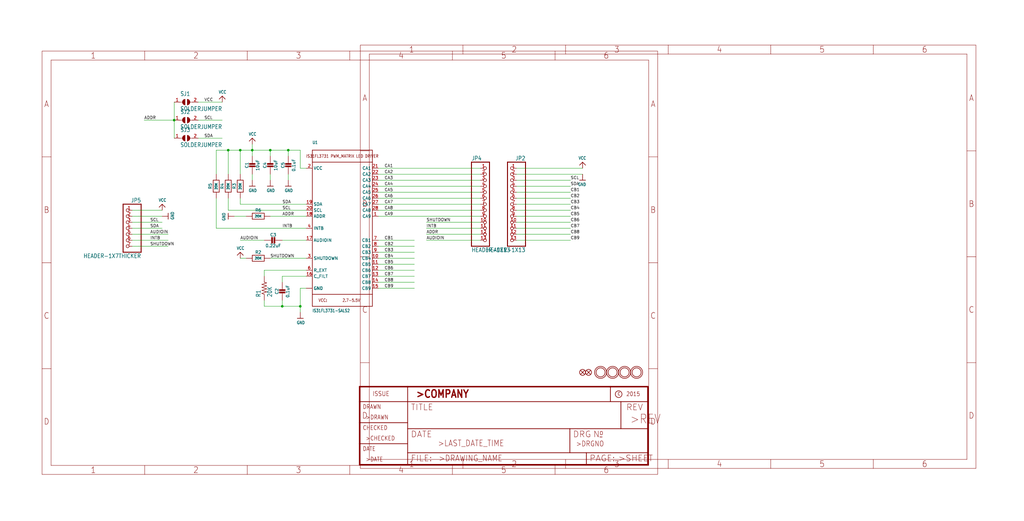
<source format=kicad_sch>
(kicad_sch (version 20211123) (generator eeschema)
  (paper "User" 433.07 220.421)
  (lib_symbols
    (symbol "eagleSchem-eagle-import:CAP_CERAMIC0805-NOOUTLINE"
      (property "Reference" "C" (at -2.29 1.25 90))
      (property "Value" "CAP_CERAMIC0805-NOOUTLINE" (at 2.3 1.25 90))
      (symbol "CAP_CERAMIC0805-NOOUTLINE_1_0"
        (rectangle (start -1.27 0.508) (end 1.27 1.016) (fill (type outline)))
        (rectangle (start -1.27 1.524) (end 1.27 2.032) (fill (type outline)))
        (polyline (pts (xy 0 0.762) (xy 0 0)) (stroke (width 0.1524)))
        (polyline (pts (xy 0 2.54) (xy 0 1.778)) (stroke (width 0.1524)))
        (pin passive line (at 0 5.08 270) (length 2.54) (name "1") (number "1"))
        (pin passive line (at 0 -2.54 90) (length 2.54) (name "2") (number "2"))
      )
    )
    (symbol "eagleSchem-eagle-import:FIDUCIAL{dblquote}{dblquote}"
      (symbol "FIDUCIAL{dblquote}{dblquote}_1_0"
        (polyline (pts (xy -0.762 0.762) (xy 0.762 -0.762)) (stroke (width 0.254)))
        (polyline (pts (xy 0.762 0.762) (xy -0.762 -0.762)) (stroke (width 0.254)))
        (circle (center 0 0) (radius 1.27) (stroke (width 0.254)))
      )
    )
    (symbol "eagleSchem-eagle-import:FLIPFLOP-RES"
      (property "Reference" "R" (at -3.81 1.4986 0))
      (property "Value" "FLIPFLOP-RES" (at -3.81 -3.302 0))
      (symbol "FLIPFLOP-RES_1_0"
        (polyline (pts (xy -2.54 0) (xy -2.159 1.016)) (stroke (width 0.2032)))
        (polyline (pts (xy -2.159 1.016) (xy -1.524 -1.016)) (stroke (width 0.2032)))
        (polyline (pts (xy -1.524 -1.016) (xy -0.889 1.016)) (stroke (width 0.2032)))
        (polyline (pts (xy -0.889 1.016) (xy -0.254 -1.016)) (stroke (width 0.2032)))
        (polyline (pts (xy -0.254 -1.016) (xy 0.381 1.016)) (stroke (width 0.2032)))
        (polyline (pts (xy 0.381 1.016) (xy 1.016 -1.016)) (stroke (width 0.2032)))
        (polyline (pts (xy 1.016 -1.016) (xy 1.651 1.016)) (stroke (width 0.2032)))
        (polyline (pts (xy 1.651 1.016) (xy 2.286 -1.016)) (stroke (width 0.2032)))
        (polyline (pts (xy 2.286 -1.016) (xy 2.54 0)) (stroke (width 0.2032)))
        (pin passive line (at -5.08 0 0) (length 2.54) (name "1") (number "1"))
        (pin passive line (at 5.08 0 180) (length 2.54) (name "2") (number "2"))
      )
    )
    (symbol "eagleSchem-eagle-import:FRAME_A4"
      (symbol "FRAME_A4_0_0"
        (polyline (pts (xy 0 44.7675) (xy 3.81 44.7675)))
        (polyline (pts (xy 0 89.535) (xy 3.81 89.535)))
        (polyline (pts (xy 0 134.3025) (xy 3.81 134.3025)))
        (polyline (pts (xy 3.81 3.81) (xy 3.81 175.26)))
        (polyline (pts (xy 43.3917 0) (xy 43.3917 3.81)))
        (polyline (pts (xy 43.3917 175.26) (xy 43.3917 179.07)))
        (polyline (pts (xy 86.7833 0) (xy 86.7833 3.81)))
        (polyline (pts (xy 86.7833 175.26) (xy 86.7833 179.07)))
        (polyline (pts (xy 130.175 0) (xy 130.175 3.81)))
        (polyline (pts (xy 130.175 175.26) (xy 130.175 179.07)))
        (polyline (pts (xy 173.5667 0) (xy 173.5667 3.81)))
        (polyline (pts (xy 173.5667 175.26) (xy 173.5667 179.07)))
        (polyline (pts (xy 216.9583 0) (xy 216.9583 3.81)))
        (polyline (pts (xy 216.9583 175.26) (xy 216.9583 179.07)))
        (polyline (pts (xy 256.54 3.81) (xy 3.81 3.81)))
        (polyline (pts (xy 256.54 3.81) (xy 256.54 175.26)))
        (polyline (pts (xy 256.54 44.7675) (xy 260.35 44.7675)))
        (polyline (pts (xy 256.54 89.535) (xy 260.35 89.535)))
        (polyline (pts (xy 256.54 134.3025) (xy 260.35 134.3025)))
        (polyline (pts (xy 256.54 175.26) (xy 3.81 175.26)))
        (polyline (pts (xy 0 0) (xy 260.35 0) (xy 260.35 179.07) (xy 0 179.07) (xy 0 0)))
        (text "1" (at 21.6958 1.905 0) (effects (font (size 2.54 2.286))))
        (text "1" (at 21.6958 177.165 0) (effects (font (size 2.54 2.286))))
        (text "2" (at 65.0875 1.905 0) (effects (font (size 2.54 2.286))))
        (text "2" (at 65.0875 177.165 0) (effects (font (size 2.54 2.286))))
        (text "3" (at 108.4792 1.905 0) (effects (font (size 2.54 2.286))))
        (text "3" (at 108.4792 177.165 0) (effects (font (size 2.54 2.286))))
        (text "4" (at 151.8708 1.905 0) (effects (font (size 2.54 2.286))))
        (text "4" (at 151.8708 177.165 0) (effects (font (size 2.54 2.286))))
        (text "5" (at 195.2625 1.905 0) (effects (font (size 2.54 2.286))))
        (text "5" (at 195.2625 177.165 0) (effects (font (size 2.54 2.286))))
        (text "6" (at 238.6542 1.905 0) (effects (font (size 2.54 2.286))))
        (text "6" (at 238.6542 177.165 0) (effects (font (size 2.54 2.286))))
        (text "A" (at 1.905 156.6863 0) (effects (font (size 2.54 2.286))))
        (text "A" (at 258.445 156.6863 0) (effects (font (size 2.54 2.286))))
        (text "B" (at 1.905 111.9188 0) (effects (font (size 2.54 2.286))))
        (text "B" (at 258.445 111.9188 0) (effects (font (size 2.54 2.286))))
        (text "C" (at 1.905 67.1513 0) (effects (font (size 2.54 2.286))))
        (text "C" (at 258.445 67.1513 0) (effects (font (size 2.54 2.286))))
        (text "D" (at 1.905 22.3838 0) (effects (font (size 2.54 2.286))))
        (text "D" (at 258.445 22.3838 0) (effects (font (size 2.54 2.286))))
      )
      (symbol "FRAME_A4_1_0"
        (polyline (pts (xy 256.54 3.81) (xy 256.54 8.89)) (stroke (width 0.1016)))
        (polyline (pts (xy 256.54 8.89) (xy 256.54 13.97)) (stroke (width 0.1016)))
        (polyline (pts (xy 256.54 13.97) (xy 256.54 19.05)) (stroke (width 0.1016)))
        (polyline (pts (xy 256.54 19.05) (xy 256.54 36.83)) (stroke (width 0.1016)))
      )
      (symbol "FRAME_A4_2_0"
        (polyline (pts (xy -0.3048 1.5748) (xy 20.0152 1.5748)) (stroke (width 0.6096)))
        (polyline (pts (xy -0.3048 10.4648) (xy -0.3048 1.5748)) (stroke (width 0.6096)))
        (polyline (pts (xy -0.3048 10.4648) (xy 20.0152 10.4648)) (stroke (width 0.3048)))
        (polyline (pts (xy -0.3048 19.3548) (xy -0.3048 10.4648)) (stroke (width 0.6096)))
        (polyline (pts (xy -0.3048 19.3548) (xy 20.0152 19.3548)) (stroke (width 0.3048)))
        (polyline (pts (xy -0.3048 28.2448) (xy -0.3048 19.3548)) (stroke (width 0.6096)))
        (polyline (pts (xy -0.3048 28.2448) (xy 20.0152 28.2448)) (stroke (width 0.3048)))
        (polyline (pts (xy -0.3048 34.5948) (xy -0.3048 28.2448)) (stroke (width 0.6096)))
        (polyline (pts (xy 20.0152 1.5748) (xy 20.0152 6.6548)) (stroke (width 0.3048)))
        (polyline (pts (xy 20.0152 1.5748) (xy 95.5802 1.5748)) (stroke (width 0.6096)))
        (polyline (pts (xy 20.0152 6.6548) (xy 20.0152 10.4648)) (stroke (width 0.3048)))
        (polyline (pts (xy 20.0152 6.6548) (xy 88.5952 6.6548)) (stroke (width 0.3048)))
        (polyline (pts (xy 20.0152 10.4648) (xy 20.0152 16.8148)) (stroke (width 0.3048)))
        (polyline (pts (xy 20.0152 16.8148) (xy 20.0152 19.3548)) (stroke (width 0.3048)))
        (polyline (pts (xy 20.0152 19.3548) (xy 20.0152 28.2448)) (stroke (width 0.3048)))
        (polyline (pts (xy 20.0152 28.2448) (xy 20.0152 34.5948)) (stroke (width 0.3048)))
        (polyline (pts (xy 20.0152 28.2448) (xy 105.7402 28.2448)) (stroke (width 0.3048)))
        (polyline (pts (xy 20.0152 34.5948) (xy -0.3048 34.5948)) (stroke (width 0.6096)))
        (polyline (pts (xy 88.5952 6.6548) (xy 95.5802 6.6548)) (stroke (width 0.3048)))
        (polyline (pts (xy 88.5952 16.8148) (xy 20.0152 16.8148)) (stroke (width 0.3048)))
        (polyline (pts (xy 88.5952 16.8148) (xy 88.5952 6.6548)) (stroke (width 0.3048)))
        (polyline (pts (xy 95.5802 1.5748) (xy 121.6152 1.5748)) (stroke (width 0.6096)))
        (polyline (pts (xy 95.5802 6.6548) (xy 95.5802 1.5748)) (stroke (width 0.3048)))
        (polyline (pts (xy 95.5802 6.6548) (xy 121.6152 6.6548)) (stroke (width 0.3048)))
        (polyline (pts (xy 101.2952 13.3223) (xy 102.2477 13.3223)) (stroke (width 0.254)))
        (polyline (pts (xy 105.7402 28.2448) (xy 105.7402 34.5948)) (stroke (width 0.3048)))
        (polyline (pts (xy 105.7402 28.2448) (xy 110.1852 28.2448)) (stroke (width 0.3048)))
        (polyline (pts (xy 105.7402 34.5948) (xy 20.0152 34.5948)) (stroke (width 0.6096)))
        (polyline (pts (xy 110.1852 16.8148) (xy 88.5952 16.8148)) (stroke (width 0.3048)))
        (polyline (pts (xy 110.1852 28.2448) (xy 110.1852 16.8148)) (stroke (width 0.3048)))
        (polyline (pts (xy 110.1852 28.2448) (xy 121.6152 28.2448)) (stroke (width 0.3048)))
        (polyline (pts (xy 121.6152 6.6548) (xy 121.6152 1.5748)) (stroke (width 0.6096)))
        (polyline (pts (xy 121.6152 16.8148) (xy 110.1852 16.8148)) (stroke (width 0.3048)))
        (polyline (pts (xy 121.6152 16.8148) (xy 121.6152 6.6548)) (stroke (width 0.6096)))
        (polyline (pts (xy 121.6152 28.2448) (xy 121.6152 16.8148)) (stroke (width 0.6096)))
        (polyline (pts (xy 121.6152 34.5948) (xy 105.7402 34.5948)) (stroke (width 0.6096)))
        (polyline (pts (xy 121.6152 34.5948) (xy 121.6152 28.2448)) (stroke (width 0.6096)))
        (circle (center 109.2327 31.4198) (radius 1.4199) (stroke (width 0.254)))
        (text "2015" (at 112.4077 30.4673 0) (effects (font (size 1.778 1.5113)) (justify left bottom)))
        (text ">CHECKED" (at 2.2352 11.7348 0) (effects (font (size 1.778 1.5113)) (justify left bottom)))
        (text ">COMPANY" (at 23.349 29.6735 0) (effects (font (size 3.175 2.6987) (thickness 0.5397) bold) (justify left bottom)))
        (text ">DATE" (at 2.2352 2.8448 0) (effects (font (size 1.778 1.5113)) (justify left bottom)))
        (text ">DRAWING_NAME" (at 33.0327 2.8448 0) (effects (font (size 2.54 2.159)) (justify left bottom)))
        (text ">DRAWN" (at 2.2352 20.6248 0) (effects (font (size 1.778 1.5113)) (justify left bottom)))
        (text ">DRGNO" (at 91.1352 9.1948 0) (effects (font (size 2.1844 1.8567)) (justify left bottom)))
        (text ">LAST_DATE_TIME" (at 32.7152 9.1948 0) (effects (font (size 2.54 2.159)) (justify left bottom)))
        (text ">REV" (at 113.9952 18.7198 0) (effects (font (size 3.81 3.2385)) (justify left bottom)))
        (text ">SHEET" (at 108.9152 2.8448 0) (effects (font (size 2.54 2.54)) (justify left bottom)))
        (text "C" (at 108.7564 30.7848 0) (effects (font (size 1.27 1.0795)) (justify left bottom)))
        (text "CHECKED" (at 0.9652 16.1798 0) (effects (font (size 1.778 1.5113)) (justify left bottom)))
        (text "DATE" (at 0.9652 7.2898 0) (effects (font (size 1.778 1.5113)) (justify left bottom)))
        (text "DATE" (at 21.2852 13.0048 0) (effects (font (size 2.54 2.54)) (justify left bottom)))
        (text "DRAWN" (at 0.9652 25.0698 0) (effects (font (size 1.778 1.5113)) (justify left bottom)))
        (text "DRG" (at 89.8652 13.0048 0) (effects (font (size 2.54 2.54)) (justify left bottom)))
        (text "FILE:" (at 21.2852 2.8448 0) (effects (font (size 2.54 2.54)) (justify left bottom)))
        (text "ISSUE" (at 5.0927 30.4673 0) (effects (font (size 1.9304 1.6408)) (justify left bottom)))
        (text "N" (at 98.4377 13.0048 0) (effects (font (size 2.54 2.54)) (justify left bottom)))
        (text "o" (at 100.9777 13.9573 0) (effects (font (size 2.1844 1.8567)) (justify left bottom)))
        (text "PAGE:" (at 96.8502 2.8448 0) (effects (font (size 2.54 2.54)) (justify left bottom)))
        (text "REV" (at 112.4077 24.4348 0) (effects (font (size 2.54 2.54)) (justify left bottom)))
        (text "TITLE" (at 21.2852 24.4348 0) (effects (font (size 2.54 2.54)) (justify left bottom)))
      )
    )
    (symbol "eagleSchem-eagle-import:GND" (power)
      (property "Value" "GND" (at -1.524 -2.54 0))
      (symbol "GND_1_0"
        (polyline (pts (xy -1.27 0) (xy 1.27 0)) (stroke (width 0.254)))
        (pin power_in line (at 0 2.54 270) (length 2.54) (name "GND") (number "1"))
      )
    )
    (symbol "eagleSchem-eagle-import:HEADER-1X13"
      (property "Reference" "JP" (at -6.35 18.415 0))
      (property "Value" "HEADER-1X13" (at -6.35 -20.32 0))
      (symbol "HEADER-1X13_1_0"
        (polyline (pts (xy -6.35 -17.78) (xy 1.27 -17.78)) (stroke (width 0.4064)))
        (polyline (pts (xy -6.35 17.78) (xy -6.35 -17.78)) (stroke (width 0.4064)))
        (polyline (pts (xy 1.27 -17.78) (xy 1.27 17.78)) (stroke (width 0.4064)))
        (polyline (pts (xy 1.27 17.78) (xy -6.35 17.78)) (stroke (width 0.4064)))
        (pin passive inverted (at -2.54 15.24 0) (length 2.54) (name "1") (number "1"))
        (pin passive inverted (at -2.54 -7.62 0) (length 2.54) (name "10") (number "10"))
        (pin passive inverted (at -2.54 -10.16 0) (length 2.54) (name "11") (number "11"))
        (pin passive inverted (at -2.54 -12.7 0) (length 2.54) (name "12") (number "12"))
        (pin passive inverted (at -2.54 -15.24 0) (length 2.54) (name "13") (number "13"))
        (pin passive inverted (at -2.54 12.7 0) (length 2.54) (name "2") (number "2"))
        (pin passive inverted (at -2.54 10.16 0) (length 2.54) (name "3") (number "3"))
        (pin passive inverted (at -2.54 7.62 0) (length 2.54) (name "4") (number "4"))
        (pin passive inverted (at -2.54 5.08 0) (length 2.54) (name "5") (number "5"))
        (pin passive inverted (at -2.54 2.54 0) (length 2.54) (name "6") (number "6"))
        (pin passive inverted (at -2.54 0 0) (length 2.54) (name "7") (number "7"))
        (pin passive inverted (at -2.54 -2.54 0) (length 2.54) (name "8") (number "8"))
        (pin passive inverted (at -2.54 -5.08 0) (length 2.54) (name "9") (number "9"))
      )
    )
    (symbol "eagleSchem-eagle-import:HEADER-1X7THICKER"
      (property "Reference" "JP" (at -6.35 10.795 0))
      (property "Value" "HEADER-1X7THICKER" (at -6.35 -12.7 0))
      (symbol "HEADER-1X7THICKER_1_0"
        (polyline (pts (xy -6.35 -10.16) (xy 1.27 -10.16)) (stroke (width 0.4064)))
        (polyline (pts (xy -6.35 10.16) (xy -6.35 -10.16)) (stroke (width 0.4064)))
        (polyline (pts (xy 1.27 -10.16) (xy 1.27 10.16)) (stroke (width 0.4064)))
        (polyline (pts (xy 1.27 10.16) (xy -6.35 10.16)) (stroke (width 0.4064)))
        (pin passive inverted (at -2.54 7.62 0) (length 2.54) (name "1") (number "1"))
        (pin passive inverted (at -2.54 5.08 0) (length 2.54) (name "2") (number "2"))
        (pin passive inverted (at -2.54 2.54 0) (length 2.54) (name "3") (number "3"))
        (pin passive inverted (at -2.54 0 0) (length 2.54) (name "4") (number "4"))
        (pin passive inverted (at -2.54 -2.54 0) (length 2.54) (name "5") (number "5"))
        (pin passive inverted (at -2.54 -5.08 0) (length 2.54) (name "6") (number "6"))
        (pin passive inverted (at -2.54 -7.62 0) (length 2.54) (name "7") (number "7"))
      )
    )
    (symbol "eagleSchem-eagle-import:IS31FL3731QFN"
      (property "Reference" "U" (at -12.7 35.56 0))
      (property "Value" "IS31FL3731QFN" (at -12.7 -35.56 0))
      (symbol "IS31FL3731QFN_1_0"
        (polyline (pts (xy -12.7 -27.94) (xy -12.7 -33.02)) (stroke (width 0.254)))
        (polyline (pts (xy -12.7 -27.94) (xy -12.7 27.94)) (stroke (width 0.254)))
        (polyline (pts (xy -12.7 27.94) (xy 12.7 27.94)) (stroke (width 0.254)))
        (polyline (pts (xy -12.7 33.02) (xy -12.7 27.94)) (stroke (width 0.254)))
        (polyline (pts (xy -12.7 33.02) (xy 12.7 33.02)) (stroke (width 0.254)))
        (polyline (pts (xy 12.7 -33.02) (xy -12.7 -33.02)) (stroke (width 0.254)))
        (polyline (pts (xy 12.7 -27.94) (xy -12.7 -27.94)) (stroke (width 0.254)))
        (polyline (pts (xy 12.7 -27.94) (xy 12.7 -33.02)) (stroke (width 0.254)))
        (polyline (pts (xy 12.7 27.94) (xy 12.7 -27.94)) (stroke (width 0.254)))
        (polyline (pts (xy 12.7 33.02) (xy 12.7 27.94)) (stroke (width 0.254)))
        (text "2.7-5.5V" (at 0 -30.48 0) (effects (font (size 1.27 1.0795)) (justify left)))
        (text "IS31FL3731 PWM_MATRIX LED DRIVER" (at 0 30.48 0) (effects (font (size 1.27 1.0795))))
        (text "VCC:" (at -10.16 -30.48 0) (effects (font (size 1.27 1.0795)) (justify left)))
        (pin bidirectional line (at 15.24 5.08 180) (length 2.54) (name "CA9") (number "1"))
        (pin bidirectional line (at 15.24 -12.7 180) (length 2.54) (name "CB4") (number "10"))
        (pin bidirectional line (at 15.24 -15.24 180) (length 2.54) (name "CB5") (number "11"))
        (pin bidirectional line (at 15.24 -17.78 180) (length 2.54) (name "CB6") (number "12"))
        (pin bidirectional line (at 15.24 -20.32 180) (length 2.54) (name "CB7") (number "13"))
        (pin bidirectional line (at 15.24 -22.86 180) (length 2.54) (name "CB8") (number "14"))
        (pin bidirectional line (at 15.24 -25.4 180) (length 2.54) (name "CB9") (number "15"))
        (pin bidirectional line (at -15.24 -20.32 0) (length 2.54) (name "C_FILT") (number "16"))
        (pin input line (at -15.24 -5.08 0) (length 2.54) (name "AUDIOIN") (number "17"))
        (pin bidirectional line (at -15.24 5.08 0) (length 2.54) (name "ADDR") (number "18"))
        (pin bidirectional line (at -15.24 10.16 0) (length 2.54) (name "SDA") (number "19"))
        (pin power_in line (at -15.24 25.4 0) (length 2.54) (name "VCC") (number "2"))
        (pin bidirectional line (at -15.24 7.62 0) (length 2.54) (name "SCL") (number "20"))
        (pin bidirectional line (at 15.24 25.4 180) (length 2.54) (name "CA1") (number "21"))
        (pin bidirectional line (at 15.24 22.86 180) (length 2.54) (name "CA2") (number "22"))
        (pin bidirectional line (at 15.24 20.32 180) (length 2.54) (name "CA3") (number "23"))
        (pin bidirectional line (at 15.24 17.78 180) (length 2.54) (name "CA4") (number "24"))
        (pin bidirectional line (at 15.24 15.24 180) (length 2.54) (name "CA5") (number "25"))
        (pin bidirectional line (at 15.24 12.7 180) (length 2.54) (name "CA6") (number "26"))
        (pin bidirectional line (at 15.24 10.16 180) (length 2.54) (name "CA7") (number "27"))
        (pin bidirectional line (at 15.24 7.62 180) (length 2.54) (name "CA8") (number "28"))
        (pin input line (at -15.24 -12.7 0) (length 2.54) (name "SHUTDOWN") (number "3"))
        (pin output line (at -15.24 0 0) (length 2.54) (name "INTB") (number "4"))
        (pin power_in line (at -15.24 -25.4 0) (length 2.54) (name "GND") (number "5"))
        (pin bidirectional line (at -15.24 -17.78 0) (length 2.54) (name "R_EXT") (number "6"))
        (pin bidirectional line (at 15.24 -5.08 180) (length 2.54) (name "CB1") (number "7"))
        (pin bidirectional line (at 15.24 -7.62 180) (length 2.54) (name "CB2") (number "8"))
        (pin bidirectional line (at 15.24 -10.16 180) (length 2.54) (name "CB3") (number "9"))
        (pin power_in line (at -15.24 -25.4 0) (length 2.54) (name "GND") (number "THERMAL"))
      )
    )
    (symbol "eagleSchem-eagle-import:MOUNTINGHOLE2.5"
      (symbol "MOUNTINGHOLE2.5_1_0"
        (circle (center 0 0) (radius 1.905) (stroke (width 0.254)))
        (circle (center 0 0) (radius 2.54) (stroke (width 0.254)))
      )
    )
    (symbol "eagleSchem-eagle-import:RESISTOR0805_NOOUTLINE"
      (property "Reference" "R" (at 0 2.54 0))
      (property "Value" "RESISTOR0805_NOOUTLINE" (at 0 0 0))
      (symbol "RESISTOR0805_NOOUTLINE_1_0"
        (polyline (pts (xy -2.54 -1.27) (xy -2.54 1.27)) (stroke (width 0.254)))
        (polyline (pts (xy -2.54 1.27) (xy 2.54 1.27)) (stroke (width 0.254)))
        (polyline (pts (xy 2.54 -1.27) (xy -2.54 -1.27)) (stroke (width 0.254)))
        (polyline (pts (xy 2.54 1.27) (xy 2.54 -1.27)) (stroke (width 0.254)))
        (pin passive line (at -5.08 0 0) (length 2.54) (name "1") (number "1"))
        (pin passive line (at 5.08 0 180) (length 2.54) (name "2") (number "2"))
      )
    )
    (symbol "eagleSchem-eagle-import:SOLDERJUMPER"
      (property "Reference" "SJ" (at -2.54 2.54 0))
      (property "Value" "SOLDERJUMPER" (at -2.54 -3.81 0))
      (symbol "SOLDERJUMPER_1_0"
        (arc (start -0.381 1.2699) (mid -1.6508 0) (end -0.381 -1.2699) (stroke (width 0.0001)) (fill (type outline)))
        (polyline (pts (xy -2.54 0) (xy -1.651 0)) (stroke (width 0.1524)))
        (polyline (pts (xy 2.54 0) (xy 1.651 0)) (stroke (width 0.1524)))
        (arc (start 0.381 -1.2699) (mid 1.6508 0) (end 0.381 1.2699) (stroke (width 0.0001)) (fill (type outline)))
        (pin passive line (at -5.08 0 0) (length 2.54) (name "1") (number "1"))
        (pin passive line (at 5.08 0 180) (length 2.54) (name "2") (number "2"))
      )
    )
    (symbol "eagleSchem-eagle-import:VCC" (power)
      (property "Value" "VCC" (at -1.524 1.016 0))
      (symbol "VCC_1_0"
        (polyline (pts (xy -1.27 -1.27) (xy 0 0)) (stroke (width 0.254)))
        (polyline (pts (xy 0 0) (xy 1.27 -1.27)) (stroke (width 0.254)))
        (pin power_in line (at 0 -2.54 90) (length 2.54) (name "VCC") (number "1"))
      )
    )
  )
  (junction (at 119.38 129.54))
  (junction (at 106.68 63.5))
  (junction (at 96.52 63.5))
  (junction (at 73.66 50.8))
  (junction (at 121.92 63.5))
  (junction (at 101.6 63.5))
  (junction (at 127 129.54))
  (junction (at 114.3 63.5))
  (wire (pts (xy 106.68 60.96) (xy 106.68 63.5)))
  (wire (pts (xy 218.44 86.36) (xy 241.3 86.36)))
  (wire (pts (xy 83.82 43.18) (xy 93.98 43.18)))
  (wire (pts (xy 91.44 96.52) (xy 91.44 83.82)))
  (wire (pts (xy 121.92 63.5) (xy 127 63.5)))
  (wire (pts (xy 96.52 63.5) (xy 96.52 73.66)))
  (wire (pts (xy 111.76 129.54) (xy 111.76 127)))
  (wire (pts (xy 55.88 93.98) (xy 68.58 93.98)))
  (wire (pts (xy 83.82 50.8) (xy 93.98 50.8)))
  (wire (pts (xy 241.3 99.06) (xy 218.44 99.06)))
  (wire (pts (xy 127 129.54) (xy 119.38 129.54)))
  (wire (pts (xy 180.34 96.52) (xy 203.2 96.52)))
  (wire (pts (xy 160.02 86.36) (xy 203.2 86.36)))
  (wire (pts (xy 203.2 99.06) (xy 180.34 99.06)))
  (wire (pts (xy 55.88 99.06) (xy 71.12 99.06)))
  (wire (pts (xy 106.68 73.66) (xy 106.68 76.2)))
  (wire (pts (xy 119.38 129.54) (xy 119.38 127)))
  (wire (pts (xy 91.44 63.5) (xy 91.44 73.66)))
  (wire (pts (xy 218.44 76.2) (xy 241.3 76.2)))
  (wire (pts (xy 129.54 109.22) (xy 114.3 109.22)))
  (wire (pts (xy 241.3 78.74) (xy 218.44 78.74)))
  (wire (pts (xy 160.02 111.76) (xy 175.26 111.76)))
  (wire (pts (xy 160.02 91.44) (xy 203.2 91.44)))
  (wire (pts (xy 101.6 86.36) (xy 101.6 83.82)))
  (wire (pts (xy 114.3 63.5) (xy 121.92 63.5)))
  (wire (pts (xy 160.02 106.68) (xy 175.26 106.68)))
  (wire (pts (xy 96.52 63.5) (xy 91.44 63.5)))
  (wire (pts (xy 127 121.92) (xy 127 129.54)))
  (wire (pts (xy 119.38 129.54) (xy 111.76 129.54)))
  (wire (pts (xy 127 63.5) (xy 127 71.12)))
  (wire (pts (xy 160.02 73.66) (xy 203.2 73.66)))
  (wire (pts (xy 55.88 96.52) (xy 68.58 96.52)))
  (wire (pts (xy 101.6 63.5) (xy 106.68 63.5)))
  (wire (pts (xy 160.02 121.92) (xy 175.26 121.92)))
  (wire (pts (xy 160.02 119.38) (xy 175.26 119.38)))
  (wire (pts (xy 241.3 83.82) (xy 218.44 83.82)))
  (wire (pts (xy 160.02 114.3) (xy 175.26 114.3)))
  (wire (pts (xy 218.44 81.28) (xy 241.3 81.28)))
  (wire (pts (xy 160.02 116.84) (xy 175.26 116.84)))
  (wire (pts (xy 121.92 63.5) (xy 121.92 66.04)))
  (wire (pts (xy 129.54 86.36) (xy 101.6 86.36)))
  (wire (pts (xy 129.54 101.6) (xy 119.38 101.6)))
  (wire (pts (xy 99.06 91.44) (xy 104.14 91.44)))
  (wire (pts (xy 111.76 114.3) (xy 111.76 116.84)))
  (wire (pts (xy 129.54 96.52) (xy 91.44 96.52)))
  (wire (pts (xy 83.82 58.42) (xy 93.98 58.42)))
  (wire (pts (xy 101.6 63.5) (xy 96.52 63.5)))
  (wire (pts (xy 96.52 88.9) (xy 96.52 83.82)))
  (wire (pts (xy 160.02 101.6) (xy 175.26 101.6)))
  (wire (pts (xy 129.54 88.9) (xy 96.52 88.9)))
  (wire (pts (xy 218.44 91.44) (xy 241.3 91.44)))
  (wire (pts (xy 218.44 96.52) (xy 241.3 96.52)))
  (wire (pts (xy 101.6 73.66) (xy 101.6 63.5)))
  (wire (pts (xy 106.68 63.5) (xy 106.68 66.04)))
  (wire (pts (xy 218.44 101.6) (xy 241.3 101.6)))
  (wire (pts (xy 160.02 78.74) (xy 203.2 78.74)))
  (wire (pts (xy 241.3 93.98) (xy 218.44 93.98)))
  (wire (pts (xy 160.02 83.82) (xy 203.2 83.82)))
  (wire (pts (xy 129.54 91.44) (xy 114.3 91.44)))
  (wire (pts (xy 127 71.12) (xy 129.54 71.12)))
  (wire (pts (xy 160.02 76.2) (xy 203.2 76.2)))
  (wire (pts (xy 160.02 104.14) (xy 175.26 104.14)))
  (wire (pts (xy 119.38 116.84) (xy 119.38 119.38)))
  (wire (pts (xy 71.12 101.6) (xy 55.88 101.6)))
  (wire (pts (xy 241.3 88.9) (xy 218.44 88.9)))
  (wire (pts (xy 55.88 88.9) (xy 68.58 88.9)))
  (wire (pts (xy 106.68 63.5) (xy 114.3 63.5)))
  (wire (pts (xy 73.66 50.8) (xy 60.96 50.8)))
  (wire (pts (xy 73.66 50.8) (xy 73.66 58.42)))
  (wire (pts (xy 129.54 114.3) (xy 111.76 114.3)))
  (wire (pts (xy 160.02 109.22) (xy 175.26 109.22)))
  (wire (pts (xy 218.44 73.66) (xy 246.38 73.66)))
  (wire (pts (xy 73.66 43.18) (xy 73.66 50.8)))
  (wire (pts (xy 111.76 101.6) (xy 101.6 101.6)))
  (wire (pts (xy 121.92 73.66) (xy 121.92 76.2)))
  (wire (pts (xy 203.2 93.98) (xy 180.34 93.98)))
  (wire (pts (xy 129.54 116.84) (xy 119.38 116.84)))
  (wire (pts (xy 246.38 71.12) (xy 218.44 71.12)))
  (wire (pts (xy 127 129.54) (xy 127 132.08)))
  (wire (pts (xy 160.02 81.28) (xy 203.2 81.28)))
  (wire (pts (xy 114.3 73.66) (xy 114.3 76.2)))
  (wire (pts (xy 55.88 104.14) (xy 71.12 104.14)))
  (wire (pts (xy 55.88 91.44) (xy 68.58 91.44)))
  (wire (pts (xy 114.3 63.5) (xy 114.3 66.04)))
  (wire (pts (xy 104.14 109.22) (xy 101.6 109.22)))
  (wire (pts (xy 160.02 88.9) (xy 203.2 88.9)))
  (wire (pts (xy 160.02 71.12) (xy 203.2 71.12)))
  (wire (pts (xy 129.54 121.92) (xy 127 121.92)))
  (wire (pts (xy 203.2 101.6) (xy 180.34 101.6)))
  (label "CB8" (at 241.3 99.06 0) (effects (font (size 1.2446 1.2446))))
  (label "CB1" (at 162.56 101.6 0) (effects (font (size 1.2446 1.2446))))
  (label "ADDR" (at 119.38 91.44 0) (effects (font (size 1.2446 1.2446))))
  (label "INTB" (at 180.34 96.52 0) (effects (font (size 1.2446 1.2446))))
  (label "CB4" (at 241.3 88.9 0) (effects (font (size 1.2446 1.2446))))
  (label "SDA" (at 241.3 78.74 0) (effects (font (size 1.2446 1.2446))))
  (label "CB9" (at 241.3 101.6 0) (effects (font (size 1.2446 1.2446))))
  (label "CB4" (at 162.56 109.22 0) (effects (font (size 1.2446 1.2446))))
  (label "AUDIOIN" (at 63.5 99.06 0) (effects (font (size 1.2446 1.2446))))
  (label "CA4" (at 162.56 78.74 0) (effects (font (size 1.2446 1.2446))))
  (label "SCL" (at 119.38 88.9 0) (effects (font (size 1.2446 1.2446))))
  (label "CA1" (at 162.56 71.12 0) (effects (font (size 1.2446 1.2446))))
  (label "AUDIOIN" (at 180.34 101.6 0) (effects (font (size 1.2446 1.2446))))
  (label "CB8" (at 162.56 119.38 0) (effects (font (size 1.2446 1.2446))))
  (label "SCL" (at 63.5 93.98 0) (effects (font (size 1.2446 1.2446))))
  (label "CA3" (at 162.56 76.2 0) (effects (font (size 1.2446 1.2446))))
  (label "CB2" (at 162.56 104.14 0) (effects (font (size 1.2446 1.2446))))
  (label "INTB" (at 63.5 101.6 0) (effects (font (size 1.2446 1.2446))))
  (label "CB6" (at 241.3 93.98 0) (effects (font (size 1.2446 1.2446))))
  (label "CB3" (at 162.56 106.68 0) (effects (font (size 1.2446 1.2446))))
  (label "CA5" (at 162.56 81.28 0) (effects (font (size 1.2446 1.2446))))
  (label "SDA" (at 119.38 86.36 0) (effects (font (size 1.2446 1.2446))))
  (label "ADDR" (at 60.96 50.8 0) (effects (font (size 1.2446 1.2446))))
  (label "CA7" (at 162.56 86.36 0) (effects (font (size 1.2446 1.2446))))
  (label "CB5" (at 162.56 111.76 0) (effects (font (size 1.2446 1.2446))))
  (label "CA8" (at 162.56 88.9 0) (effects (font (size 1.2446 1.2446))))
  (label "SHUTDOWN" (at 114.3 109.22 0) (effects (font (size 1.2446 1.2446))))
  (label "INTB" (at 119.38 96.52 0) (effects (font (size 1.2446 1.2446))))
  (label "CB2" (at 241.3 83.82 0) (effects (font (size 1.2446 1.2446))))
  (label "CA2" (at 162.56 73.66 0) (effects (font (size 1.2446 1.2446))))
  (label "AUDIOIN" (at 101.6 101.6 0) (effects (font (size 1.2446 1.2446))))
  (label "SDA" (at 63.5 96.52 0) (effects (font (size 1.2446 1.2446))))
  (label "ADDR" (at 180.34 99.06 0) (effects (font (size 1.2446 1.2446))))
  (label "CB1" (at 241.3 81.28 0) (effects (font (size 1.2446 1.2446))))
  (label "CA6" (at 162.56 83.82 0) (effects (font (size 1.2446 1.2446))))
  (label "CB6" (at 162.56 114.3 0) (effects (font (size 1.2446 1.2446))))
  (label "CB9" (at 162.56 121.92 0) (effects (font (size 1.2446 1.2446))))
  (label "SDA" (at 86.36 58.42 0) (effects (font (size 1.2446 1.2446))))
  (label "SCL" (at 241.3 76.2 0) (effects (font (size 1.2446 1.2446))))
  (label "SHUTDOWN" (at 63.5 104.14 0) (effects (font (size 1.2446 1.2446))))
  (label "CB5" (at 241.3 91.44 0) (effects (font (size 1.2446 1.2446))))
  (label "SHUTDOWN" (at 180.34 93.98 0) (effects (font (size 1.2446 1.2446))))
  (label "SCL" (at 86.36 50.8 0) (effects (font (size 1.2446 1.2446))))
  (label "CB7" (at 162.56 116.84 0) (effects (font (size 1.2446 1.2446))))
  (label "CA9" (at 162.56 91.44 0) (effects (font (size 1.2446 1.2446))))
  (label "CB3" (at 241.3 86.36 0) (effects (font (size 1.2446 1.2446))))
  (label "CB7" (at 241.3 96.52 0) (effects (font (size 1.2446 1.2446))))
  (label "VCC" (at 86.36 43.18 0) (effects (font (size 1.2446 1.2446))))
  (symbol (lib_id "eagleSchem-eagle-import:CAP_CERAMIC0805-NOOUTLINE") (at 121.92 71.12 0) (unit 1)
    (property "Reference" "C5" (at 119.63 69.87 90))
    (property "Value" "0.1uF" (at 124.22 69.87 90))
    (property "Footprint" "eagleSchem:0805-NO" (effects hide))
  )
  (symbol (lib_id "eagleSchem-eagle-import:SOLDERJUMPER") (at 78.74 50.8 0) (unit 1)
    (property "Reference" "SJ2" (at 76.2 48.26 0) (effects (font (size 1.778 1.5113)) (justify left bottom)))
    (property "Value" "SOLDERJUMPER" (at 76.2 54.61 0) (effects (font (size 1.778 1.5113)) (justify left bottom)))
    (property "Footprint" "eagleSchem:SOLDERJUMPER_ARROW_NOPASTE" (effects hide))
  )
  (symbol (lib_id "eagleSchem-eagle-import:RESISTOR0805_NOOUTLINE") (at 101.6 78.74 90) (unit 1)
    (property "Reference" "R3" (at 99.06 78.74 0))
    (property "Value" "20K" (at 101.6 78.74 0) (effects (font (size 1.016 1.016) bold)))
    (property "Footprint" "eagleSchem:0805-NO" (effects hide))
  )
  (symbol (lib_id "eagleSchem-eagle-import:MOUNTINGHOLE2.5") (at 254 157.48 0) (unit 1)
    (property "Reference" "U$6" (effects hide))
    (property "Value" "MOUNTINGHOLE2.5" (effects hide))
    (property "Footprint" "eagleSchem:MOUNTINGHOLE_2.5_PLATED" (effects hide))
  )
  (symbol (lib_id "eagleSchem-eagle-import:VCC") (at 68.58 86.36 0) (unit 1)
    (property "Reference" "#P+4" (effects hide))
    (property "Value" "VCC" (at 67.056 85.344 0) (effects (font (size 1.27 1.0795)) (justify left bottom)))
    (property "Footprint" "eagleSchem:" (effects hide))
  )
  (symbol (lib_id "eagleSchem-eagle-import:CAP_CERAMIC0805-NOOUTLINE") (at 114.3 101.6 270) (unit 1)
    (property "Reference" "C3" (at 115.55 99.31 90))
    (property "Value" "0.22uF" (at 115.55 103.9 90))
    (property "Footprint" "eagleSchem:0805-NO" (effects hide))
  )
  (symbol (lib_id "eagleSchem-eagle-import:GND") (at 121.92 78.74 0) (unit 1)
    (property "Reference" "#U$13" (effects hide))
    (property "Value" "GND" (at 120.396 81.28 0) (effects (font (size 1.27 1.0795)) (justify left bottom)))
    (property "Footprint" "eagleSchem:" (effects hide))
  )
  (symbol (lib_id "eagleSchem-eagle-import:GND") (at 96.52 91.44 270) (unit 1)
    (property "Reference" "#U$8" (effects hide))
    (property "Value" "GND" (at 93.98 89.916 0) (effects (font (size 1.27 1.0795)) (justify left bottom)))
    (property "Footprint" "eagleSchem:" (effects hide))
  )
  (symbol (lib_id "eagleSchem-eagle-import:RESISTOR0805_NOOUTLINE") (at 91.44 78.74 90) (unit 1)
    (property "Reference" "R5" (at 88.9 78.74 0))
    (property "Value" "20K" (at 91.44 78.74 0) (effects (font (size 1.016 1.016) bold)))
    (property "Footprint" "eagleSchem:0805-NO" (effects hide))
  )
  (symbol (lib_id "eagleSchem-eagle-import:VCC") (at 106.68 58.42 0) (unit 1)
    (property "Reference" "#P+1" (effects hide))
    (property "Value" "VCC" (at 105.156 57.404 0) (effects (font (size 1.27 1.0795)) (justify left bottom)))
    (property "Footprint" "eagleSchem:" (effects hide))
  )
  (symbol (lib_id "eagleSchem-eagle-import:VCC") (at 246.38 68.58 0) (mirror y) (unit 1)
    (property "Reference" "#P+2" (effects hide))
    (property "Value" "VCC" (at 247.904 67.564 0) (effects (font (size 1.27 1.0795)) (justify left bottom)))
    (property "Footprint" "eagleSchem:" (effects hide))
  )
  (symbol (lib_id "eagleSchem-eagle-import:GND") (at 246.38 76.2 0) (mirror y) (unit 1)
    (property "Reference" "#U$9" (effects hide))
    (property "Value" "GND" (at 247.904 78.74 0) (effects (font (size 1.27 1.0795)) (justify left bottom)))
    (property "Footprint" "eagleSchem:" (effects hide))
  )
  (symbol (lib_id "eagleSchem-eagle-import:FRAME_A4") (at 17.78 200.66 0) (unit 1)
    (property "Reference" "#FRAME1" (effects hide))
    (property "Value" "FRAME_A4" (effects hide))
    (property "Footprint" "eagleSchem:" (effects hide))
  )
  (symbol (lib_id "eagleSchem-eagle-import:GND") (at 127 134.62 0) (unit 1)
    (property "Reference" "#U$2" (effects hide))
    (property "Value" "GND" (at 125.476 137.16 0) (effects (font (size 1.27 1.0795)) (justify left bottom)))
    (property "Footprint" "eagleSchem:" (effects hide))
  )
  (symbol (lib_id "eagleSchem-eagle-import:GND") (at 106.68 78.74 0) (unit 1)
    (property "Reference" "#U$1" (effects hide))
    (property "Value" "GND" (at 105.156 81.28 0) (effects (font (size 1.27 1.0795)) (justify left bottom)))
    (property "Footprint" "eagleSchem:" (effects hide))
  )
  (symbol (lib_id "eagleSchem-eagle-import:HEADER-1X7THICKER") (at 53.34 96.52 0) (mirror y) (unit 1)
    (property "Reference" "JP5" (at 59.69 85.725 0) (effects (font (size 1.778 1.5113)) (justify left bottom)))
    (property "Value" "HEADER-1X7THICKER" (at 59.69 109.22 0) (effects (font (size 1.778 1.5113)) (justify left bottom)))
    (property "Footprint" "eagleSchem:1X07_ROUND_76" (effects hide))
  )
  (symbol (lib_id "eagleSchem-eagle-import:FRAME_A4") (at 152.4 198.12 0) (unit 2)
    (property "Reference" "#FRAME1" (effects hide))
    (property "Value" "FRAME_A4" (effects hide))
    (property "Footprint" "eagleSchem:" (effects hide))
  )
  (symbol (lib_id "eagleSchem-eagle-import:HEADER-1X13") (at 215.9 86.36 0) (mirror y) (unit 1)
    (property "Reference" "JP2" (at 222.25 67.945 0) (effects (font (size 1.778 1.5113)) (justify left bottom)))
    (property "Value" "HEADER-1X13" (at 222.25 106.68 0) (effects (font (size 1.778 1.5113)) (justify left bottom)))
    (property "Footprint" "eagleSchem:1X13_ROUND_70" (effects hide))
  )
  (symbol (lib_id "eagleSchem-eagle-import:CAP_CERAMIC0805-NOOUTLINE") (at 106.68 71.12 0) (unit 1)
    (property "Reference" "C1" (at 104.39 69.87 90))
    (property "Value" "10uF" (at 108.98 69.87 90))
    (property "Footprint" "eagleSchem:0805-NO" (effects hide))
  )
  (symbol (lib_id "eagleSchem-eagle-import:FIDUCIAL{dblquote}{dblquote}") (at 246.38 157.48 0) (unit 1)
    (property "Reference" "FID2" (effects hide))
    (property "Value" "FIDUCIAL{dblquote}{dblquote}" (effects hide))
    (property "Footprint" "eagleSchem:FIDUCIAL_1MM" (effects hide))
  )
  (symbol (lib_id "eagleSchem-eagle-import:SOLDERJUMPER") (at 78.74 43.18 0) (unit 1)
    (property "Reference" "SJ1" (at 76.2 40.64 0) (effects (font (size 1.778 1.5113)) (justify left bottom)))
    (property "Value" "SOLDERJUMPER" (at 76.2 46.99 0) (effects (font (size 1.778 1.5113)) (justify left bottom)))
    (property "Footprint" "eagleSchem:SOLDERJUMPER_ARROW_NOPASTE" (effects hide))
  )
  (symbol (lib_id "eagleSchem-eagle-import:VCC") (at 101.6 106.68 0) (unit 1)
    (property "Reference" "#P+5" (effects hide))
    (property "Value" "VCC" (at 100.076 105.664 0) (effects (font (size 1.27 1.0795)) (justify left bottom)))
    (property "Footprint" "eagleSchem:" (effects hide))
  )
  (symbol (lib_id "eagleSchem-eagle-import:SOLDERJUMPER") (at 78.74 58.42 0) (unit 1)
    (property "Reference" "SJ3" (at 76.2 55.88 0) (effects (font (size 1.778 1.5113)) (justify left bottom)))
    (property "Value" "SOLDERJUMPER" (at 76.2 62.23 0) (effects (font (size 1.778 1.5113)) (justify left bottom)))
    (property "Footprint" "eagleSchem:SOLDERJUMPER_ARROW_NOPASTE" (effects hide))
  )
  (symbol (lib_id "eagleSchem-eagle-import:GND") (at 114.3 78.74 0) (unit 1)
    (property "Reference" "#U$12" (effects hide))
    (property "Value" "GND" (at 112.776 81.28 0) (effects (font (size 1.27 1.0795)) (justify left bottom)))
    (property "Footprint" "eagleSchem:" (effects hide))
  )
  (symbol (lib_id "eagleSchem-eagle-import:CAP_CERAMIC0805-NOOUTLINE") (at 119.38 124.46 0) (unit 1)
    (property "Reference" "C2" (at 117.09 123.21 90))
    (property "Value" "0.1uF" (at 121.68 123.21 90))
    (property "Footprint" "eagleSchem:0805-NO" (effects hide))
  )
  (symbol (lib_id "eagleSchem-eagle-import:RESISTOR0805_NOOUTLINE") (at 109.22 109.22 0) (unit 1)
    (property "Reference" "R2" (at 109.22 106.68 0))
    (property "Value" "20K" (at 109.22 109.22 0) (effects (font (size 1.016 1.016) bold)))
    (property "Footprint" "eagleSchem:0805-NO" (effects hide))
  )
  (symbol (lib_id "eagleSchem-eagle-import:GND") (at 71.12 91.44 90) (unit 1)
    (property "Reference" "#U$7" (effects hide))
    (property "Value" "GND" (at 73.66 92.964 0) (effects (font (size 1.27 1.0795)) (justify left bottom)))
    (property "Footprint" "eagleSchem:" (effects hide))
  )
  (symbol (lib_id "eagleSchem-eagle-import:RESISTOR0805_NOOUTLINE") (at 109.22 91.44 0) (unit 1)
    (property "Reference" "R6" (at 109.22 88.9 0))
    (property "Value" "20K" (at 109.22 91.44 0) (effects (font (size 1.016 1.016) bold)))
    (property "Footprint" "eagleSchem:0805-NO" (effects hide))
  )
  (symbol (lib_id "eagleSchem-eagle-import:FIDUCIAL{dblquote}{dblquote}") (at 248.92 157.48 0) (unit 1)
    (property "Reference" "FID1" (effects hide))
    (property "Value" "FIDUCIAL{dblquote}{dblquote}" (effects hide))
    (property "Footprint" "eagleSchem:FIDUCIAL_1MM" (effects hide))
  )
  (symbol (lib_id "eagleSchem-eagle-import:FLIPFLOP-RES") (at 111.76 121.92 90) (unit 1)
    (property "Reference" "R1" (at 110.2614 125.73 0) (effects (font (size 1.778 1.5113)) (justify left bottom)))
    (property "Value" "20K" (at 115.062 125.73 0) (effects (font (size 1.778 1.5113)) (justify left bottom)))
    (property "Footprint" "eagleSchem:0805-THM" (effects hide))
  )
  (symbol (lib_id "eagleSchem-eagle-import:MOUNTINGHOLE2.5") (at 259.08 157.48 0) (unit 1)
    (property "Reference" "U$5" (effects hide))
    (property "Value" "MOUNTINGHOLE2.5" (effects hide))
    (property "Footprint" "eagleSchem:MOUNTINGHOLE_2.5_PLATED" (effects hide))
  )
  (symbol (lib_id "eagleSchem-eagle-import:MOUNTINGHOLE2.5") (at 269.24 157.48 0) (unit 1)
    (property "Reference" "U$3" (effects hide))
    (property "Value" "MOUNTINGHOLE2.5" (effects hide))
    (property "Footprint" "eagleSchem:MOUNTINGHOLE_2.5_PLATED" (effects hide))
  )
  (symbol (lib_id "eagleSchem-eagle-import:IS31FL3731QFN") (at 144.78 96.52 0) (unit 1)
    (property "Reference" "U1" (at 132.08 60.96 0) (effects (font (size 1.27 1.0795)) (justify left bottom)))
    (property "Value" "IS31FL3731-SALS2" (at 132.08 132.08 0) (effects (font (size 1.27 1.0795)) (justify left bottom)))
    (property "Footprint" "eagleSchem:QFN28_4MM_0.4MM" (effects hide))
  )
  (symbol (lib_id "eagleSchem-eagle-import:VCC") (at 93.98 40.64 0) (unit 1)
    (property "Reference" "#P+3" (effects hide))
    (property "Value" "VCC" (at 92.456 39.624 0) (effects (font (size 1.27 1.0795)) (justify left bottom)))
    (property "Footprint" "eagleSchem:" (effects hide))
  )
  (symbol (lib_id "eagleSchem-eagle-import:HEADER-1X13") (at 205.74 86.36 0) (unit 1)
    (property "Reference" "JP4" (at 199.39 67.945 0) (effects (font (size 1.778 1.5113)) (justify left bottom)))
    (property "Value" "HEADER-1X13" (at 199.39 106.68 0) (effects (font (size 1.778 1.5113)) (justify left bottom)))
    (property "Footprint" "eagleSchem:1X13_ROUND_70" (effects hide))
  )
  (symbol (lib_id "eagleSchem-eagle-import:CAP_CERAMIC0805-NOOUTLINE") (at 114.3 71.12 0) (unit 1)
    (property "Reference" "C4" (at 112.01 69.87 90))
    (property "Value" "10uF" (at 116.6 69.87 90))
    (property "Footprint" "eagleSchem:0805-NO" (effects hide))
  )
  (symbol (lib_id "eagleSchem-eagle-import:MOUNTINGHOLE2.5") (at 264.16 157.48 0) (unit 1)
    (property "Reference" "U$4" (effects hide))
    (property "Value" "MOUNTINGHOLE2.5" (effects hide))
    (property "Footprint" "eagleSchem:MOUNTINGHOLE_2.5_PLATED" (effects hide))
  )
  (symbol (lib_id "eagleSchem-eagle-import:RESISTOR0805_NOOUTLINE") (at 96.52 78.74 90) (unit 1)
    (property "Reference" "R4" (at 93.98 78.74 0))
    (property "Value" "20K" (at 96.52 78.74 0) (effects (font (size 1.016 1.016) bold)))
    (property "Footprint" "eagleSchem:0805-NO" (effects hide))
  )
)
</source>
